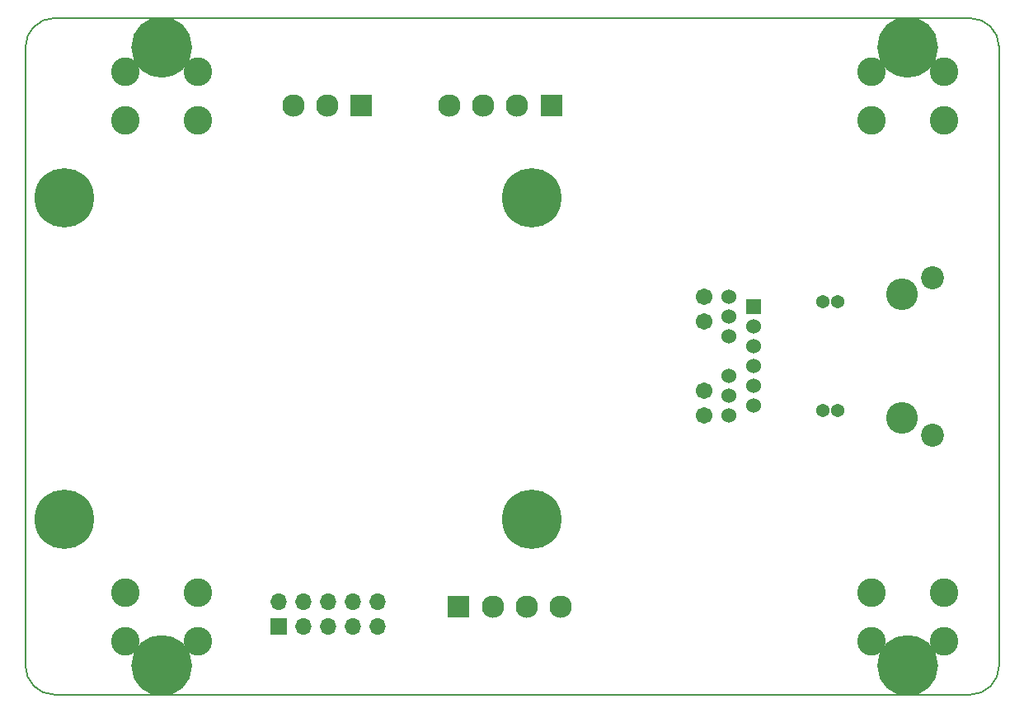
<source format=gbr>
%TF.GenerationSoftware,KiCad,Pcbnew,5.1.10*%
%TF.CreationDate,2021-07-27T11:18:45+02:00*%
%TF.ProjectId,lxbmc,6c78626d-632e-46b6-9963-61645f706362,rev?*%
%TF.SameCoordinates,Original*%
%TF.FileFunction,Soldermask,Bot*%
%TF.FilePolarity,Negative*%
%FSLAX45Y45*%
G04 Gerber Fmt 4.5, Leading zero omitted, Abs format (unit mm)*
G04 Created by KiCad (PCBNEW 5.1.10) date 2021-07-27 11:18:45*
%MOMM*%
%LPD*%
G01*
G04 APERTURE LIST*
%TA.AperFunction,Profile*%
%ADD10C,0.200000*%
%TD*%
%ADD11C,1.800000*%
%ADD12C,2.925000*%
%ADD13C,3.251200*%
%ADD14C,2.362200*%
%ADD15C,1.524000*%
%ADD16C,1.714500*%
%ADD17C,1.371600*%
%ADD18R,1.524000X1.524000*%
%ADD19C,6.100000*%
%ADD20C,2.300000*%
%ADD21R,2.300000X2.300000*%
%ADD22C,3.200000*%
%ADD23R,1.700000X1.700000*%
%ADD24O,1.700000X1.700000*%
G04 APERTURE END LIST*
D10*
X300000Y-6950000D02*
G75*
G02*
X0Y-6650000I0J300000D01*
G01*
X0Y-300000D02*
G75*
G02*
X300000Y0I300000J0D01*
G01*
X10000000Y-6650000D02*
G75*
G02*
X9700000Y-6950000I-300000J0D01*
G01*
X9700000Y0D02*
G75*
G02*
X10000000Y-300000I0J-300000D01*
G01*
X300000Y0D02*
X9700000Y0D01*
X0Y-6650000D02*
X0Y-300000D01*
X10000000Y-300000D02*
X10000000Y-6650000D01*
X9700000Y-6950000D02*
X300000Y-6950000D01*
D11*
X9283607Y-6650000D02*
G75*
G03*
X9283607Y-6650000I-223607J0D01*
G01*
X1623607Y-6650000D02*
G75*
G03*
X1623607Y-6650000I-223607J0D01*
G01*
X1623607Y-300000D02*
G75*
G03*
X1623607Y-300000I-223607J0D01*
G01*
X9283607Y-300000D02*
G75*
G03*
X9283607Y-300000I-223607J0D01*
G01*
D12*
X8685000Y-6400000D03*
X9435000Y-6400000D03*
X8685000Y-5900000D03*
X9435000Y-5900000D03*
X9435000Y-550000D03*
X8685000Y-550000D03*
X9435000Y-1050000D03*
X8685000Y-1050000D03*
X1025000Y-6400000D03*
X1775000Y-6400000D03*
X1025000Y-5900000D03*
X1775000Y-5900000D03*
X1775000Y-550000D03*
X1025000Y-550000D03*
X1775000Y-1050000D03*
X1025000Y-1050000D03*
D13*
X9000000Y-2840000D03*
X9000000Y-4110000D03*
D14*
X9317500Y-2668550D03*
X9317500Y-4281450D03*
D15*
X7476000Y-3576600D03*
X7476000Y-3779800D03*
X7476000Y-3983000D03*
X7222000Y-3678200D03*
X7222000Y-3881400D03*
X7222000Y-4084600D03*
D16*
X6968000Y-2865400D03*
X6968000Y-3119400D03*
X6968000Y-4084600D03*
X6968000Y-3830600D03*
D17*
X8187200Y-2916200D03*
X8187200Y-4033800D03*
X8339600Y-2916200D03*
X8339600Y-4033800D03*
D18*
X7476000Y-2967000D03*
D15*
X7476000Y-3170200D03*
X7476000Y-3373400D03*
X7222000Y-2865400D03*
X7222000Y-3068600D03*
X7222000Y-3271800D03*
D19*
X400000Y-1850000D03*
X400000Y-5150000D03*
X5200000Y-1850000D03*
X5200000Y-5150000D03*
D20*
X5500000Y-6050000D03*
X5150000Y-6050000D03*
X4800000Y-6050000D03*
D21*
X4450000Y-6050000D03*
D20*
X4350000Y-900000D03*
X4700000Y-900000D03*
X5050000Y-900000D03*
D21*
X5400000Y-900000D03*
D20*
X2750000Y-900000D03*
X3100000Y-900000D03*
D21*
X3450000Y-900000D03*
D22*
X9060000Y-6650000D03*
X1400000Y-6650000D03*
X1400000Y-300000D03*
X9060000Y-300000D03*
D23*
X2600000Y-6250000D03*
D24*
X2600000Y-5996000D03*
X2854000Y-6250000D03*
X2854000Y-5996000D03*
X3108000Y-6250000D03*
X3108000Y-5996000D03*
X3362000Y-6250000D03*
X3362000Y-5996000D03*
X3616000Y-6250000D03*
X3616000Y-5996000D03*
M02*

</source>
